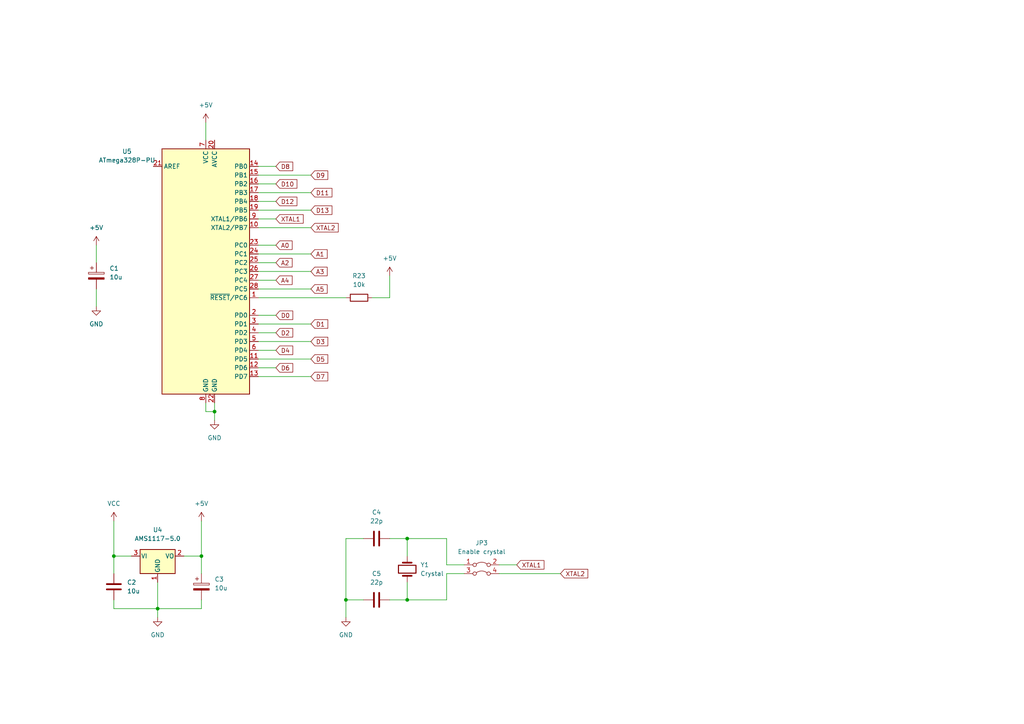
<source format=kicad_sch>
(kicad_sch (version 20211123) (generator eeschema)
  (paper "A4")
  (lib_symbols
    (symbol "Device:C" (pin_numbers hide) (pin_names (offset 0.254))
      (property "Reference" "C" (at 0.635 2.54 0))
      (property "Value" "C" (at 0.635 -2.54 0))
      (symbol "C_0_1"
        (polyline (pts (xy -2.032 -0.762) (xy 2.032 -0.762)) (stroke (width 0.508)))
        (polyline (pts (xy -2.032 0.762) (xy 2.032 0.762)) (stroke (width 0.508)))
      )
      (symbol "C_1_1"
        (pin passive line (at 0 3.81 270) (length 2.794) (name "~") (number "1"))
        (pin passive line (at 0 -3.81 90) (length 2.794) (name "~") (number "2"))
      )
    )
    (symbol "Device:C_Polarized" (pin_numbers hide) (pin_names (offset 0.254))
      (property "Reference" "C" (at 0.635 2.54 0))
      (property "Value" "C_Polarized" (at 0.635 -2.54 0))
      (symbol "C_Polarized_0_1"
        (rectangle (start -2.286 0.508) (end 2.286 1.016))
        (polyline (pts (xy -1.778 2.286) (xy -0.762 2.286)))
        (polyline (pts (xy -1.27 2.794) (xy -1.27 1.778)))
        (rectangle (start 2.286 -0.508) (end -2.286 -1.016) (fill (type outline)))
      )
      (symbol "C_Polarized_1_1"
        (pin passive line (at 0 3.81 270) (length 2.794) (name "~") (number "1"))
        (pin passive line (at 0 -3.81 90) (length 2.794) (name "~") (number "2"))
      )
    )
    (symbol "Device:Crystal" (pin_numbers hide) (pin_names (offset 1.016) hide)
      (property "Reference" "Y" (at 0 3.81 0))
      (property "Value" "Crystal" (at 0 -3.81 0))
      (symbol "Crystal_0_1"
        (rectangle (start -1.143 2.54) (end 1.143 -2.54) (stroke (width 0.3048)))
        (polyline (pts (xy -2.54 0) (xy -1.905 0)))
        (polyline (pts (xy -1.905 -1.27) (xy -1.905 1.27)) (stroke (width 0.508)))
        (polyline (pts (xy 1.905 -1.27) (xy 1.905 1.27)) (stroke (width 0.508)))
        (polyline (pts (xy 2.54 0) (xy 1.905 0)))
      )
      (symbol "Crystal_1_1"
        (pin passive line (at -3.81 0 0) (length 1.27) (name "1") (number "1"))
        (pin passive line (at 3.81 0 180) (length 1.27) (name "2") (number "2"))
      )
    )
    (symbol "Device:R" (pin_numbers hide) (pin_names (offset 0))
      (property "Reference" "R" (at 2.032 0 90))
      (property "Value" "R" (at 0 0 90))
      (symbol "R_0_1"
        (rectangle (start -1.016 -2.54) (end 1.016 2.54) (stroke (width 0.254)))
      )
      (symbol "R_1_1"
        (pin passive line (at 0 3.81 270) (length 1.27) (name "~") (number "1"))
        (pin passive line (at 0 -3.81 90) (length 1.27) (name "~") (number "2"))
      )
    )
    (symbol "My_Misc:ATmega328P-PU"
      (property "Reference" "U" (at -12.7 36.83 0))
      (property "Value" "ATmega328P-PU" (at 7.62 -36.83 0))
      (symbol "ATmega328P-PU_0_1"
        (rectangle (start -12.7 -35.56) (end 12.7 35.56) (stroke (width 0.254)) (fill (type background)))
      )
      (symbol "ATmega328P-PU_1_1"
        (pin bidirectional line (at 15.24 -7.62 180) (length 2.54) (name "~{RESET}/PC6") (number "1"))
        (pin bidirectional line (at 15.24 12.7 180) (length 2.54) (name "XTAL2/PB7") (number "10"))
        (pin bidirectional line (at 15.24 -25.4 180) (length 2.54) (name "PD5") (number "11"))
        (pin bidirectional line (at 15.24 -27.94 180) (length 2.54) (name "PD6") (number "12"))
        (pin bidirectional line (at 15.24 -30.48 180) (length 2.54) (name "PD7") (number "13"))
        (pin bidirectional line (at 15.24 30.48 180) (length 2.54) (name "PB0") (number "14"))
        (pin bidirectional line (at 15.24 27.94 180) (length 2.54) (name "PB1") (number "15"))
        (pin bidirectional line (at 15.24 25.4 180) (length 2.54) (name "PB2") (number "16"))
        (pin bidirectional line (at 15.24 22.86 180) (length 2.54) (name "PB3") (number "17"))
        (pin bidirectional line (at 15.24 20.32 180) (length 2.54) (name "PB4") (number "18"))
        (pin bidirectional line (at 15.24 17.78 180) (length 2.54) (name "PB5") (number "19"))
        (pin bidirectional line (at 15.24 -12.7 180) (length 2.54) (name "PD0") (number "2"))
        (pin power_in line (at 2.54 38.1 270) (length 2.54) (name "AVCC") (number "20"))
        (pin passive line (at -15.24 30.48 0) (length 2.54) (name "AREF") (number "21"))
        (pin passive line (at 0 -38.1 90) (length 2.54) hide (name "GND") (number "22"))
        (pin power_in line (at 2.54 -38.1 90) (length 2.54) (name "GND") (number "22"))
        (pin bidirectional line (at 15.24 7.62 180) (length 2.54) (name "PC0") (number "23"))
        (pin bidirectional line (at 15.24 5.08 180) (length 2.54) (name "PC1") (number "24"))
        (pin bidirectional line (at 15.24 2.54 180) (length 2.54) (name "PC2") (number "25"))
        (pin bidirectional line (at 15.24 0 180) (length 2.54) (name "PC3") (number "26"))
        (pin bidirectional line (at 15.24 -2.54 180) (length 2.54) (name "PC4") (number "27"))
        (pin bidirectional line (at 15.24 -5.08 180) (length 2.54) (name "PC5") (number "28"))
        (pin bidirectional line (at 15.24 -15.24 180) (length 2.54) (name "PD1") (number "3"))
        (pin bidirectional line (at 15.24 -17.78 180) (length 2.54) (name "PD2") (number "4"))
        (pin bidirectional line (at 15.24 -20.32 180) (length 2.54) (name "PD3") (number "5"))
        (pin bidirectional line (at 15.24 -22.86 180) (length 2.54) (name "PD4") (number "6"))
        (pin power_in line (at 0 38.1 270) (length 2.54) (name "VCC") (number "7"))
        (pin power_in line (at 0 -38.1 90) (length 2.54) (name "GND") (number "8"))
        (pin bidirectional line (at 15.24 15.24 180) (length 2.54) (name "XTAL1/PB6") (number "9"))
      )
    )
    (symbol "My_Parts:Jumper_2-pole_Bridged" (pin_names (offset 0) hide)
      (property "Reference" "JP" (at 0 1.905 0))
      (property "Value" "Jumper_2-pole_Bridged" (at 0 -5.08 0))
      (symbol "Jumper_2-pole_Bridged_0_0"
        (circle (center -2.032 -2.54) (radius 0.508))
        (circle (center -2.032 0) (radius 0.508))
        (circle (center 2.032 -2.54) (radius 0.508))
        (circle (center 2.032 0) (radius 0.508))
      )
      (symbol "Jumper_2-pole_Bridged_0_1"
        (arc (start 1.524 -2.286) (mid 0 -1.778) (end -1.524 -2.286))
        (arc (start 1.524 0.254) (mid 0 0.762) (end -1.524 0.254))
      )
      (symbol "Jumper_2-pole_Bridged_1_1"
        (pin passive line (at -5.08 0 0) (length 2.54) (name "A") (number "1"))
        (pin passive line (at 5.08 0 180) (length 2.54) (name "B") (number "2"))
        (pin passive line (at -5.08 -2.54 0) (length 2.54) (name "C") (number "3"))
        (pin passive line (at 5.08 -2.54 180) (length 2.54) (name "D") (number "4"))
      )
    )
    (symbol "Regulator_Linear:AMS1117-5.0" (pin_names (offset 0.254))
      (property "Reference" "U" (at -3.81 3.175 0))
      (property "Value" "AMS1117-5.0" (at 0 3.175 0))
      (symbol "AMS1117-5.0_0_1"
        (rectangle (start -5.08 -5.08) (end 5.08 1.905) (stroke (width 0.254)) (fill (type background)))
      )
      (symbol "AMS1117-5.0_1_1"
        (pin power_in line (at 0 -7.62 90) (length 2.54) (name "GND") (number "1"))
        (pin power_out line (at 7.62 0 180) (length 2.54) (name "VO") (number "2"))
        (pin power_in line (at -7.62 0 0) (length 2.54) (name "VI") (number "3"))
      )
    )
    (symbol "power:+5V" (power) (pin_names (offset 0))
      (property "Value" "+5V" (at 0 3.556 0))
      (symbol "+5V_0_1"
        (polyline (pts (xy -0.762 1.27) (xy 0 2.54)))
        (polyline (pts (xy 0 0) (xy 0 2.54)))
        (polyline (pts (xy 0 2.54) (xy 0.762 1.27)))
      )
      (symbol "+5V_1_1"
        (pin power_in line (at 0 0 90) (length 0) hide (name "+5V") (number "1"))
      )
    )
    (symbol "power:GND" (power) (pin_names (offset 0))
      (property "Value" "GND" (at 0 -3.81 0))
      (symbol "GND_0_1"
        (polyline (pts (xy 0 0) (xy 0 -1.27) (xy 1.27 -1.27) (xy 0 -2.54) (xy -1.27 -1.27) (xy 0 -1.27)))
      )
      (symbol "GND_1_1"
        (pin power_in line (at 0 0 270) (length 0) hide (name "GND") (number "1"))
      )
    )
    (symbol "power:VCC" (power) (pin_names (offset 0))
      (property "Value" "VCC" (at 0 3.81 0))
      (symbol "VCC_0_1"
        (polyline (pts (xy -0.762 1.27) (xy 0 2.54)))
        (polyline (pts (xy 0 0) (xy 0 2.54)))
        (polyline (pts (xy 0 2.54) (xy 0.762 1.27)))
      )
      (symbol "VCC_1_1"
        (pin power_in line (at 0 0 90) (length 0) hide (name "VCC") (number "1"))
      )
    )
  )
  (junction (at 58.42 161.29))
  (junction (at 100.33 173.99))
  (junction (at 62.23 119.38))
  (junction (at 45.72 176.53))
  (junction (at 33.02 161.29))
  (junction (at 118.11 156.21))
  (junction (at 118.11 173.99))
  (wire (pts (xy 27.94 71.12) (xy 27.94 76.2)))
  (wire (pts (xy 58.42 161.29) (xy 53.34 161.29)))
  (wire (pts (xy 113.03 156.21) (xy 118.11 156.21)))
  (wire (pts (xy 74.93 60.96) (xy 90.17 60.96)))
  (wire (pts (xy 27.94 83.82) (xy 27.94 88.9)))
  (wire (pts (xy 74.93 50.8) (xy 90.17 50.8)))
  (wire (pts (xy 74.93 106.68) (xy 80.01 106.68)))
  (wire (pts (xy 74.93 53.34) (xy 80.01 53.34)))
  (wire (pts (xy 118.11 173.99) (xy 118.11 168.91)))
  (wire (pts (xy 74.93 73.66) (xy 90.17 73.66)))
  (wire (pts (xy 107.95 86.36) (xy 113.03 86.36)))
  (wire (pts (xy 118.11 156.21) (xy 118.11 161.29)))
  (wire (pts (xy 33.02 173.99) (xy 33.02 176.53)))
  (wire (pts (xy 74.93 86.36) (xy 100.33 86.36)))
  (wire (pts (xy 33.02 161.29) (xy 33.02 166.37)))
  (wire (pts (xy 58.42 166.37) (xy 58.42 161.29)))
  (wire (pts (xy 45.72 168.91) (xy 45.72 176.53)))
  (wire (pts (xy 74.93 104.14) (xy 90.17 104.14)))
  (wire (pts (xy 59.69 116.84) (xy 59.69 119.38)))
  (wire (pts (xy 74.93 63.5) (xy 80.01 63.5)))
  (wire (pts (xy 129.54 163.83) (xy 129.54 156.21)))
  (wire (pts (xy 129.54 166.37) (xy 134.62 166.37)))
  (wire (pts (xy 58.42 176.53) (xy 58.42 173.99)))
  (wire (pts (xy 74.93 48.26) (xy 80.01 48.26)))
  (wire (pts (xy 100.33 179.07) (xy 100.33 173.99)))
  (wire (pts (xy 74.93 99.06) (xy 90.17 99.06)))
  (wire (pts (xy 62.23 119.38) (xy 62.23 121.92)))
  (wire (pts (xy 129.54 173.99) (xy 129.54 166.37)))
  (wire (pts (xy 74.93 91.44) (xy 80.01 91.44)))
  (wire (pts (xy 100.33 173.99) (xy 105.41 173.99)))
  (wire (pts (xy 62.23 116.84) (xy 62.23 119.38)))
  (wire (pts (xy 38.1 161.29) (xy 33.02 161.29)))
  (wire (pts (xy 74.93 58.42) (xy 80.01 58.42)))
  (wire (pts (xy 113.03 173.99) (xy 118.11 173.99)))
  (wire (pts (xy 58.42 151.13) (xy 58.42 161.29)))
  (wire (pts (xy 33.02 151.13) (xy 33.02 161.29)))
  (wire (pts (xy 129.54 156.21) (xy 118.11 156.21)))
  (wire (pts (xy 59.69 35.56) (xy 59.69 40.64)))
  (wire (pts (xy 74.93 66.04) (xy 90.17 66.04)))
  (wire (pts (xy 144.78 163.83) (xy 149.86 163.83)))
  (wire (pts (xy 33.02 176.53) (xy 45.72 176.53)))
  (wire (pts (xy 144.78 166.37) (xy 162.56 166.37)))
  (wire (pts (xy 74.93 93.98) (xy 90.17 93.98)))
  (wire (pts (xy 74.93 71.12) (xy 80.01 71.12)))
  (wire (pts (xy 113.03 86.36) (xy 113.03 80.01)))
  (wire (pts (xy 45.72 176.53) (xy 45.72 179.07)))
  (wire (pts (xy 74.93 81.28) (xy 80.01 81.28)))
  (wire (pts (xy 74.93 109.22) (xy 90.17 109.22)))
  (wire (pts (xy 134.62 163.83) (xy 129.54 163.83)))
  (wire (pts (xy 45.72 176.53) (xy 58.42 176.53)))
  (wire (pts (xy 118.11 173.99) (xy 129.54 173.99)))
  (wire (pts (xy 74.93 83.82) (xy 90.17 83.82)))
  (wire (pts (xy 100.33 156.21) (xy 105.41 156.21)))
  (wire (pts (xy 100.33 173.99) (xy 100.33 156.21)))
  (wire (pts (xy 74.93 96.52) (xy 80.01 96.52)))
  (wire (pts (xy 59.69 119.38) (xy 62.23 119.38)))
  (wire (pts (xy 74.93 78.74) (xy 90.17 78.74)))
  (wire (pts (xy 74.93 101.6) (xy 80.01 101.6)))
  (wire (pts (xy 74.93 76.2) (xy 80.01 76.2)))
  (wire (pts (xy 74.93 55.88) (xy 90.17 55.88)))
  (global_label "A4" (shape input) (at 80.01 81.28 0) (property "Intersheet References" "${INTERSHEET_REFS}" (effects hide)))
  (global_label "D11" (shape input) (at 90.17 55.88 0) (property "Intersheet References" "${INTERSHEET_REFS}" (effects hide)))
  (global_label "D13" (shape input) (at 90.17 60.96 0) (property "Intersheet References" "${INTERSHEET_REFS}" (effects hide)))
  (global_label "XTAL1" (shape input) (at 149.86 163.83 0) (property "Intersheet References" "${INTERSHEET_REFS}" (effects hide)))
  (global_label "D9" (shape input) (at 90.17 50.8 0) (property "Intersheet References" "${INTERSHEET_REFS}" (effects hide)))
  (global_label "A3" (shape input) (at 90.17 78.74 0) (property "Intersheet References" "${INTERSHEET_REFS}" (effects hide)))
  (global_label "D2" (shape input) (at 80.01 96.52 0) (property "Intersheet References" "${INTERSHEET_REFS}" (effects hide)))
  (global_label "D3" (shape input) (at 90.17 99.06 0) (property "Intersheet References" "${INTERSHEET_REFS}" (effects hide)))
  (global_label "D1" (shape input) (at 90.17 93.98 0) (property "Intersheet References" "${INTERSHEET_REFS}" (effects hide)))
  (global_label "XTAL2" (shape input) (at 162.56 166.37 0) (property "Intersheet References" "${INTERSHEET_REFS}" (effects hide)))
  (global_label "D12" (shape input) (at 80.01 58.42 0) (property "Intersheet References" "${INTERSHEET_REFS}" (effects hide)))
  (global_label "D4" (shape input) (at 80.01 101.6 0) (property "Intersheet References" "${INTERSHEET_REFS}" (effects hide)))
  (global_label "A0" (shape input) (at 80.01 71.12 0) (property "Intersheet References" "${INTERSHEET_REFS}" (effects hide)))
  (global_label "D0" (shape input) (at 80.01 91.44 0) (property "Intersheet References" "${INTERSHEET_REFS}" (effects hide)))
  (global_label "D7" (shape input) (at 90.17 109.22 0) (property "Intersheet References" "${INTERSHEET_REFS}" (effects hide)))
  (global_label "D5" (shape input) (at 90.17 104.14 0) (property "Intersheet References" "${INTERSHEET_REFS}" (effects hide)))
  (global_label "D10" (shape input) (at 80.01 53.34 0) (property "Intersheet References" "${INTERSHEET_REFS}" (effects hide)))
  (global_label "XTAL2" (shape input) (at 90.17 66.04 0) (property "Intersheet References" "${INTERSHEET_REFS}" (effects hide)))
  (global_label "A1" (shape input) (at 90.17 73.66 0) (property "Intersheet References" "${INTERSHEET_REFS}" (effects hide)))
  (global_label "XTAL1" (shape input) (at 80.01 63.5 0) (property "Intersheet References" "${INTERSHEET_REFS}" (effects hide)))
  (global_label "D6" (shape input) (at 80.01 106.68 0) (property "Intersheet References" "${INTERSHEET_REFS}" (effects hide)))
  (global_label "D8" (shape input) (at 80.01 48.26 0) (property "Intersheet References" "${INTERSHEET_REFS}" (effects hide)))
  (global_label "A2" (shape input) (at 80.01 76.2 0) (property "Intersheet References" "${INTERSHEET_REFS}" (effects hide)))
  (global_label "A5" (shape input) (at 90.17 83.82 0) (property "Intersheet References" "${INTERSHEET_REFS}" (effects hide)))
  (symbol (lib_id "power:GND") (at 62.23 121.92 0) (unit 1)
    (property "Reference" "#PWR0141" (effects hide))
    (property "Value" "GND" (at 62.23 127 0))
  )
  (symbol (lib_id "power:+5V") (at 58.42 151.13 0) (unit 1)
    (property "Reference" "#PWR0135" (effects hide))
    (property "Value" "+5V" (at 58.42 146.05 0))
  )
  (symbol (lib_id "power:GND") (at 45.72 179.07 0) (unit 1)
    (property "Reference" "#PWR0136" (effects hide))
    (property "Value" "GND" (at 45.72 184.15 0))
  )
  (symbol (lib_id "My_Parts:Jumper_2-pole_Bridged") (at 139.7 163.83 0) (unit 1)
    (property "Reference" "JP3" (at 139.7 157.48 0))
    (property "Value" "Enable crystal" (at 139.7 160.02 0))
    (property "Footprint" "My_Parts:Jumper_2-pole_large" (effects hide))
  )
  (symbol (lib_id "power:VCC") (at 33.02 151.13 0) (unit 1)
    (property "Reference" "#PWR0137" (effects hide))
    (property "Value" "VCC" (at 33.02 146.05 0))
  )
  (symbol (lib_id "power:+5V") (at 27.94 71.12 0) (unit 1)
    (property "Reference" "#PWR0142" (effects hide))
    (property "Value" "+5V" (at 27.94 66.04 0))
  )
  (symbol (lib_id "Device:C_Polarized") (at 27.94 80.01 0) (unit 1)
    (property "Reference" "C1" (at 31.75 77.8509 0) (effects (justify left)))
    (property "Value" "10u" (at 31.75 80.3909 0) (effects (justify left)))
    (property "Footprint" "My_Misc:CP_Radial_D5.0mm_P2.00mm_larger" (effects hide))
  )
  (symbol (lib_id "My_Misc:ATmega328P-PU") (at 59.69 78.74 0) (unit 1)
    (property "Reference" "U5" (at 36.83 43.9293 0))
    (property "Value" "ATmega328P-PU" (at 36.83 46.4693 0))
    (property "Footprint" "My_Misc:DIP-28_W7.62mm_LongPads w socket" (effects hide))
    (property "Datasheet" "http://ww1.microchip.com/downloads/en/DeviceDoc/ATmega328_P%20AVR%20MCU%20with%20picoPower%20Technology%20Data%20Sheet%2040001984A.pdf" (effects hide))
  )
  (symbol (lib_id "Device:C") (at 109.22 173.99 90) (unit 1)
    (property "Reference" "C5" (at 109.22 166.37 90))
    (property "Value" "22p" (at 109.22 168.91 90))
    (property "Footprint" "My_Misc:C_Disc_D3.0mm_W1.6mm_P2.50mm_larg" (effects hide))
  )
  (symbol (lib_id "power:GND") (at 100.33 179.07 0) (unit 1)
    (property "Reference" "#PWR0138" (effects hide))
    (property "Value" "GND" (at 100.33 184.15 0))
  )
  (symbol (lib_id "power:+5V") (at 113.03 80.01 0) (unit 1)
    (property "Reference" "#PWR0140" (effects hide))
    (property "Value" "+5V" (at 113.03 74.93 0))
  )
  (symbol (lib_id "Device:C") (at 33.02 170.18 0) (unit 1)
    (property "Reference" "C2" (at 36.83 168.9099 0) (effects (justify left)))
    (property "Value" "10u" (at 36.83 171.4499 0) (effects (justify left)))
    (property "Footprint" "My_Misc:CP_Radial_D5.0mm_P2.00mm_larger" (effects hide))
  )
  (symbol (lib_id "Device:C") (at 109.22 156.21 90) (unit 1)
    (property "Reference" "C4" (at 109.22 148.59 90))
    (property "Value" "22p" (at 109.22 151.13 90))
    (property "Footprint" "My_Misc:C_Disc_D3.0mm_W1.6mm_P2.50mm_larg" (effects hide))
  )
  (symbol (lib_id "power:+5V") (at 59.69 35.56 0) (unit 1)
    (property "Reference" "#PWR0139" (effects hide))
    (property "Value" "+5V" (at 59.69 30.48 0))
  )
  (symbol (lib_id "power:GND") (at 27.94 88.9 0) (unit 1)
    (property "Reference" "#PWR0143" (effects hide))
    (property "Value" "GND" (at 27.94 93.98 0))
  )
  (symbol (lib_id "Device:Crystal") (at 118.11 165.1 90) (unit 1)
    (property "Reference" "Y1" (at 121.92 163.8299 90) (effects (justify right)))
    (property "Value" "Crystal" (at 121.92 166.3699 90) (effects (justify right)))
    (property "Footprint" "My_Misc:Crystal_HC49-4H_Vertical_large" (effects hide))
  )
  (symbol (lib_id "Device:R") (at 104.14 86.36 90) (unit 1)
    (property "Reference" "R23" (at 104.14 80.01 90))
    (property "Value" "10k" (at 104.14 82.55 90))
    (property "Footprint" "My_Misc:R_Axial_DIN0207_L6.3mm_D2.5mm_P10.16mm_Horizontal_larger_pads" (effects hide))
  )
  (symbol (lib_id "Regulator_Linear:AMS1117-5.0") (at 45.72 161.29 0) (unit 1)
    (property "Reference" "U4" (at 45.72 153.67 0))
    (property "Value" "AMS1117-5.0" (at 45.72 156.21 0))
    (property "Footprint" "Package_TO_SOT_SMD:SOT-223-3_TabPin2" (effects hide))
    (property "Datasheet" "http://www.advanced-monolithic.com/pdf/ds1117.pdf" (effects hide))
  )
  (symbol (lib_id "Device:C_Polarized") (at 58.42 170.18 0) (unit 1)
    (property "Reference" "C3" (at 62.23 168.0209 0) (effects (justify left)))
    (property "Value" "10u" (at 62.23 170.5609 0) (effects (justify left)))
    (property "Footprint" "My_Misc:CP_Radial_D5.0mm_P2.00mm_larger" (effects hide))
  )
)
</source>
